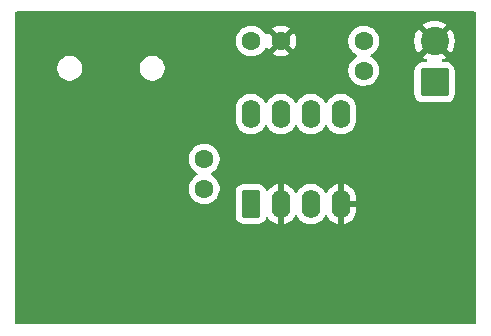
<source format=gbr>
%TF.GenerationSoftware,KiCad,Pcbnew,9.0.3-9.0.3-0~ubuntu24.04.1*%
%TF.CreationDate,2025-07-24T18:13:32+02:00*%
%TF.ProjectId,ampli_audio,616d706c-695f-4617-9564-696f2e6b6963,rev?*%
%TF.SameCoordinates,Original*%
%TF.FileFunction,Copper,L2,Bot*%
%TF.FilePolarity,Positive*%
%FSLAX46Y46*%
G04 Gerber Fmt 4.6, Leading zero omitted, Abs format (unit mm)*
G04 Created by KiCad (PCBNEW 9.0.3-9.0.3-0~ubuntu24.04.1) date 2025-07-24 18:13:32*
%MOMM*%
%LPD*%
G01*
G04 APERTURE LIST*
G04 Aperture macros list*
%AMRoundRect*
0 Rectangle with rounded corners*
0 $1 Rounding radius*
0 $2 $3 $4 $5 $6 $7 $8 $9 X,Y pos of 4 corners*
0 Add a 4 corners polygon primitive as box body*
4,1,4,$2,$3,$4,$5,$6,$7,$8,$9,$2,$3,0*
0 Add four circle primitives for the rounded corners*
1,1,$1+$1,$2,$3*
1,1,$1+$1,$4,$5*
1,1,$1+$1,$6,$7*
1,1,$1+$1,$8,$9*
0 Add four rect primitives between the rounded corners*
20,1,$1+$1,$2,$3,$4,$5,0*
20,1,$1+$1,$4,$5,$6,$7,0*
20,1,$1+$1,$6,$7,$8,$9,0*
20,1,$1+$1,$8,$9,$2,$3,0*%
G04 Aperture macros list end*
%TA.AperFunction,ComponentPad*%
%ADD10C,1.600000*%
%TD*%
%TA.AperFunction,ComponentPad*%
%ADD11RoundRect,0.250000X0.550000X-0.950000X0.550000X0.950000X-0.550000X0.950000X-0.550000X-0.950000X0*%
%TD*%
%TA.AperFunction,ComponentPad*%
%ADD12O,1.600000X2.400000*%
%TD*%
%TA.AperFunction,ComponentPad*%
%ADD13RoundRect,0.250001X0.949999X-0.949999X0.949999X0.949999X-0.949999X0.949999X-0.949999X-0.949999X0*%
%TD*%
%TA.AperFunction,ComponentPad*%
%ADD14C,2.400000*%
%TD*%
%TA.AperFunction,ViaPad*%
%ADD15C,0.600000*%
%TD*%
G04 APERTURE END LIST*
D10*
%TO.P,C1,1*%
%TO.N,Net-(C1-Pad1)*%
X102500000Y-83000000D03*
%TO.P,C1,2*%
%TO.N,Net-(J2-Pin_1)*%
X102500000Y-80500000D03*
%TD*%
%TO.P,C3,1*%
%TO.N,Net-(C3-Pad1)*%
X93000000Y-80500000D03*
%TO.P,C3,2*%
%TO.N,GND*%
X95500000Y-80500000D03*
%TD*%
%TO.P,C7,1*%
%TO.N,Net-(C7-Pad1)*%
X89000000Y-93000000D03*
%TO.P,C7,2*%
%TO.N,Net-(C7-Pad2)*%
X89000000Y-90500000D03*
%TD*%
D11*
%TO.P,U1,1,GAIN*%
%TO.N,Net-(RV2-Pad2)*%
X92960000Y-94310000D03*
D12*
%TO.P,U1,2,-*%
%TO.N,GND*%
X95500000Y-94310000D03*
%TO.P,U1,3,+*%
%TO.N,Net-(U1-+)*%
X98040000Y-94310000D03*
%TO.P,U1,4,GND*%
%TO.N,GND*%
X100580000Y-94310000D03*
%TO.P,U1,5*%
%TO.N,Net-(C1-Pad1)*%
X100580000Y-86690000D03*
%TO.P,U1,6,V+*%
%TO.N,Net-(U1-V+)*%
X98040000Y-86690000D03*
%TO.P,U1,7,BYPASS*%
%TO.N,Net-(U1-BYPASS)*%
X95500000Y-86690000D03*
%TO.P,U1,8,GAIN*%
%TO.N,Net-(C7-Pad2)*%
X92960000Y-86690000D03*
%TD*%
D13*
%TO.P,J2,1,Pin_1*%
%TO.N,Net-(J2-Pin_1)*%
X108500000Y-84000000D03*
D14*
%TO.P,J2,2,Pin_2*%
%TO.N,GND*%
X108500000Y-80500000D03*
%TD*%
D15*
%TO.N,GND*%
X74500000Y-91000000D03*
X103000000Y-97000000D03*
X75000000Y-84500000D03*
X98500000Y-97000000D03*
X107000000Y-89500000D03*
X110500000Y-97000000D03*
X110000000Y-88500000D03*
%TD*%
%TA.AperFunction,Conductor*%
%TO.N,GND*%
G36*
X111943039Y-78019685D02*
G01*
X111988794Y-78072489D01*
X112000000Y-78124000D01*
X112000000Y-104376000D01*
X111980315Y-104443039D01*
X111927511Y-104488794D01*
X111876000Y-104500000D01*
X73124000Y-104500000D01*
X73056961Y-104480315D01*
X73011206Y-104427511D01*
X73000000Y-104376000D01*
X73000000Y-90397648D01*
X87699500Y-90397648D01*
X87699500Y-90602351D01*
X87731522Y-90804534D01*
X87794781Y-90999223D01*
X87887715Y-91181613D01*
X88008028Y-91347213D01*
X88152786Y-91491971D01*
X88318388Y-91612286D01*
X88371828Y-91639516D01*
X88422623Y-91687490D01*
X88439418Y-91755312D01*
X88416880Y-91821446D01*
X88371828Y-91860484D01*
X88318388Y-91887713D01*
X88152786Y-92008028D01*
X88008028Y-92152786D01*
X87887715Y-92318386D01*
X87794781Y-92500776D01*
X87731522Y-92695465D01*
X87699500Y-92897648D01*
X87699500Y-93102351D01*
X87731522Y-93304534D01*
X87794781Y-93499223D01*
X87887715Y-93681613D01*
X88008028Y-93847213D01*
X88152786Y-93991971D01*
X88252470Y-94064394D01*
X88318390Y-94112287D01*
X88434607Y-94171503D01*
X88500776Y-94205218D01*
X88500778Y-94205218D01*
X88500781Y-94205220D01*
X88605137Y-94239127D01*
X88695465Y-94268477D01*
X88796557Y-94284488D01*
X88897648Y-94300500D01*
X88897649Y-94300500D01*
X89102351Y-94300500D01*
X89102352Y-94300500D01*
X89304534Y-94268477D01*
X89499219Y-94205220D01*
X89681610Y-94112287D01*
X89774590Y-94044732D01*
X89847213Y-93991971D01*
X89847215Y-93991968D01*
X89847219Y-93991966D01*
X89991966Y-93847219D01*
X89991968Y-93847215D01*
X89991971Y-93847213D01*
X90044732Y-93774590D01*
X90112287Y-93681610D01*
X90205220Y-93499219D01*
X90266707Y-93309983D01*
X91659500Y-93309983D01*
X91659500Y-95310001D01*
X91659501Y-95310018D01*
X91670000Y-95412796D01*
X91670001Y-95412799D01*
X91686624Y-95462963D01*
X91725186Y-95579334D01*
X91817288Y-95728656D01*
X91941344Y-95852712D01*
X92090666Y-95944814D01*
X92257203Y-95999999D01*
X92359991Y-96010500D01*
X93560008Y-96010499D01*
X93662797Y-95999999D01*
X93829334Y-95944814D01*
X93978656Y-95852712D01*
X94102712Y-95728656D01*
X94194814Y-95579334D01*
X94222148Y-95496843D01*
X94261919Y-95439401D01*
X94326435Y-95412577D01*
X94395210Y-95424892D01*
X94440171Y-95462963D01*
X94508417Y-95556894D01*
X94508417Y-95556895D01*
X94653104Y-95701582D01*
X94818650Y-95821859D01*
X95000968Y-95914754D01*
X95195578Y-95977988D01*
X95250000Y-95986607D01*
X95250000Y-94625686D01*
X95254394Y-94630080D01*
X95345606Y-94682741D01*
X95447339Y-94710000D01*
X95552661Y-94710000D01*
X95654394Y-94682741D01*
X95745606Y-94630080D01*
X95750000Y-94625686D01*
X95750000Y-95986606D01*
X95804421Y-95977988D01*
X95999031Y-95914754D01*
X96181349Y-95821859D01*
X96346894Y-95701582D01*
X96346895Y-95701582D01*
X96491582Y-95556895D01*
X96491582Y-95556894D01*
X96611861Y-95391347D01*
X96659234Y-95298371D01*
X96707208Y-95247575D01*
X96775028Y-95230779D01*
X96841164Y-95253316D01*
X96880203Y-95298369D01*
X96927713Y-95391611D01*
X97048028Y-95557213D01*
X97192786Y-95701971D01*
X97347749Y-95814556D01*
X97358390Y-95822287D01*
X97474607Y-95881503D01*
X97540776Y-95915218D01*
X97540778Y-95915218D01*
X97540781Y-95915220D01*
X97631856Y-95944812D01*
X97735465Y-95978477D01*
X97836557Y-95994488D01*
X97937648Y-96010500D01*
X97937649Y-96010500D01*
X98142351Y-96010500D01*
X98142352Y-96010500D01*
X98344534Y-95978477D01*
X98539219Y-95915220D01*
X98721610Y-95822287D01*
X98850482Y-95728657D01*
X98887213Y-95701971D01*
X98887215Y-95701968D01*
X98887219Y-95701966D01*
X99031966Y-95557219D01*
X99031968Y-95557215D01*
X99031971Y-95557213D01*
X99152284Y-95391614D01*
X99152286Y-95391611D01*
X99152287Y-95391610D01*
X99199795Y-95298369D01*
X99247770Y-95247574D01*
X99315591Y-95230779D01*
X99381725Y-95253316D01*
X99420765Y-95298370D01*
X99468140Y-95391349D01*
X99588417Y-95556894D01*
X99588417Y-95556895D01*
X99733104Y-95701582D01*
X99898650Y-95821859D01*
X100080968Y-95914754D01*
X100275578Y-95977988D01*
X100330000Y-95986607D01*
X100330000Y-94625686D01*
X100334394Y-94630080D01*
X100425606Y-94682741D01*
X100527339Y-94710000D01*
X100632661Y-94710000D01*
X100734394Y-94682741D01*
X100825606Y-94630080D01*
X100830000Y-94625686D01*
X100830000Y-95986606D01*
X100884421Y-95977988D01*
X101079031Y-95914754D01*
X101261349Y-95821859D01*
X101426894Y-95701582D01*
X101426895Y-95701582D01*
X101571582Y-95556895D01*
X101571582Y-95556894D01*
X101691859Y-95391349D01*
X101784755Y-95209031D01*
X101847990Y-95014417D01*
X101880000Y-94812317D01*
X101880000Y-94560000D01*
X100895686Y-94560000D01*
X100900080Y-94555606D01*
X100952741Y-94464394D01*
X100980000Y-94362661D01*
X100980000Y-94257339D01*
X100952741Y-94155606D01*
X100900080Y-94064394D01*
X100895686Y-94060000D01*
X101880000Y-94060000D01*
X101880000Y-93807682D01*
X101847990Y-93605582D01*
X101784755Y-93410968D01*
X101691859Y-93228650D01*
X101571582Y-93063105D01*
X101571582Y-93063104D01*
X101426895Y-92918417D01*
X101261349Y-92798140D01*
X101079029Y-92705244D01*
X100884413Y-92642009D01*
X100830000Y-92633390D01*
X100830000Y-93994314D01*
X100825606Y-93989920D01*
X100734394Y-93937259D01*
X100632661Y-93910000D01*
X100527339Y-93910000D01*
X100425606Y-93937259D01*
X100334394Y-93989920D01*
X100330000Y-93994314D01*
X100330000Y-92633390D01*
X100275586Y-92642009D01*
X100080970Y-92705244D01*
X99898650Y-92798140D01*
X99733105Y-92918417D01*
X99733104Y-92918417D01*
X99588417Y-93063104D01*
X99588417Y-93063105D01*
X99468140Y-93228650D01*
X99420765Y-93321629D01*
X99372790Y-93372425D01*
X99304969Y-93389220D01*
X99238834Y-93366682D01*
X99199795Y-93321629D01*
X99152419Y-93228650D01*
X99152287Y-93228390D01*
X99135787Y-93205679D01*
X99031971Y-93062786D01*
X98887213Y-92918028D01*
X98721613Y-92797715D01*
X98721612Y-92797714D01*
X98721610Y-92797713D01*
X98661898Y-92767288D01*
X98539223Y-92704781D01*
X98344534Y-92641522D01*
X98169995Y-92613878D01*
X98142352Y-92609500D01*
X97937648Y-92609500D01*
X97913329Y-92613351D01*
X97735465Y-92641522D01*
X97540776Y-92704781D01*
X97358386Y-92797715D01*
X97192786Y-92918028D01*
X97048028Y-93062786D01*
X96927713Y-93228388D01*
X96880203Y-93321630D01*
X96832228Y-93372426D01*
X96764407Y-93389220D01*
X96698272Y-93366682D01*
X96659234Y-93321628D01*
X96611861Y-93228652D01*
X96491582Y-93063105D01*
X96491582Y-93063104D01*
X96346895Y-92918417D01*
X96181349Y-92798140D01*
X95999029Y-92705244D01*
X95804413Y-92642009D01*
X95750000Y-92633390D01*
X95750000Y-93994314D01*
X95745606Y-93989920D01*
X95654394Y-93937259D01*
X95552661Y-93910000D01*
X95447339Y-93910000D01*
X95345606Y-93937259D01*
X95254394Y-93989920D01*
X95250000Y-93994314D01*
X95250000Y-92633390D01*
X95195586Y-92642009D01*
X95000970Y-92705244D01*
X94818650Y-92798140D01*
X94653105Y-92918417D01*
X94653104Y-92918417D01*
X94508414Y-93063107D01*
X94440170Y-93157036D01*
X94384840Y-93199701D01*
X94315226Y-93205679D01*
X94253432Y-93173072D01*
X94222148Y-93123154D01*
X94194814Y-93040666D01*
X94102712Y-92891344D01*
X93978656Y-92767288D01*
X93829334Y-92675186D01*
X93662797Y-92620001D01*
X93662795Y-92620000D01*
X93560010Y-92609500D01*
X92359998Y-92609500D01*
X92359981Y-92609501D01*
X92257203Y-92620000D01*
X92257200Y-92620001D01*
X92090668Y-92675185D01*
X92090663Y-92675187D01*
X91941342Y-92767289D01*
X91817289Y-92891342D01*
X91725187Y-93040663D01*
X91725185Y-93040668D01*
X91704745Y-93102352D01*
X91670001Y-93207203D01*
X91670001Y-93207204D01*
X91670000Y-93207204D01*
X91659500Y-93309983D01*
X90266707Y-93309983D01*
X90268477Y-93304534D01*
X90300500Y-93102352D01*
X90300500Y-92897648D01*
X90270026Y-92705244D01*
X90268477Y-92695465D01*
X90205218Y-92500776D01*
X90171503Y-92434607D01*
X90112287Y-92318390D01*
X90104556Y-92307749D01*
X89991971Y-92152786D01*
X89847213Y-92008028D01*
X89681613Y-91887715D01*
X89681612Y-91887714D01*
X89681610Y-91887713D01*
X89628171Y-91860484D01*
X89577376Y-91812510D01*
X89560581Y-91744689D01*
X89583118Y-91678554D01*
X89628172Y-91639515D01*
X89681610Y-91612287D01*
X89774590Y-91544732D01*
X89847213Y-91491971D01*
X89847215Y-91491968D01*
X89847219Y-91491966D01*
X89991966Y-91347219D01*
X89991968Y-91347215D01*
X89991971Y-91347213D01*
X90044732Y-91274590D01*
X90112287Y-91181610D01*
X90205220Y-90999219D01*
X90268477Y-90804534D01*
X90300500Y-90602352D01*
X90300500Y-90397648D01*
X90268477Y-90195466D01*
X90205220Y-90000781D01*
X90205218Y-90000778D01*
X90205218Y-90000776D01*
X90171503Y-89934607D01*
X90112287Y-89818390D01*
X90104556Y-89807749D01*
X89991971Y-89652786D01*
X89847213Y-89508028D01*
X89681613Y-89387715D01*
X89681612Y-89387714D01*
X89681610Y-89387713D01*
X89624653Y-89358691D01*
X89499223Y-89294781D01*
X89304534Y-89231522D01*
X89129995Y-89203878D01*
X89102352Y-89199500D01*
X88897648Y-89199500D01*
X88873329Y-89203351D01*
X88695465Y-89231522D01*
X88500776Y-89294781D01*
X88318386Y-89387715D01*
X88152786Y-89508028D01*
X88008028Y-89652786D01*
X87887715Y-89818386D01*
X87794781Y-90000776D01*
X87731522Y-90195465D01*
X87699500Y-90397648D01*
X73000000Y-90397648D01*
X73000000Y-86187648D01*
X91659500Y-86187648D01*
X91659500Y-87192351D01*
X91691522Y-87394534D01*
X91754781Y-87589223D01*
X91847715Y-87771613D01*
X91968028Y-87937213D01*
X92112786Y-88081971D01*
X92267749Y-88194556D01*
X92278390Y-88202287D01*
X92394607Y-88261503D01*
X92460776Y-88295218D01*
X92460778Y-88295218D01*
X92460781Y-88295220D01*
X92565137Y-88329127D01*
X92655465Y-88358477D01*
X92756557Y-88374488D01*
X92857648Y-88390500D01*
X92857649Y-88390500D01*
X93062351Y-88390500D01*
X93062352Y-88390500D01*
X93264534Y-88358477D01*
X93459219Y-88295220D01*
X93641610Y-88202287D01*
X93734590Y-88134732D01*
X93807213Y-88081971D01*
X93807215Y-88081968D01*
X93807219Y-88081966D01*
X93951966Y-87937219D01*
X93951968Y-87937215D01*
X93951971Y-87937213D01*
X94072284Y-87771614D01*
X94072285Y-87771613D01*
X94072287Y-87771610D01*
X94119516Y-87678917D01*
X94167489Y-87628123D01*
X94235310Y-87611328D01*
X94301445Y-87633865D01*
X94340485Y-87678919D01*
X94387715Y-87771614D01*
X94508028Y-87937213D01*
X94652786Y-88081971D01*
X94807749Y-88194556D01*
X94818390Y-88202287D01*
X94934607Y-88261503D01*
X95000776Y-88295218D01*
X95000778Y-88295218D01*
X95000781Y-88295220D01*
X95105137Y-88329127D01*
X95195465Y-88358477D01*
X95296557Y-88374488D01*
X95397648Y-88390500D01*
X95397649Y-88390500D01*
X95602351Y-88390500D01*
X95602352Y-88390500D01*
X95804534Y-88358477D01*
X95999219Y-88295220D01*
X96181610Y-88202287D01*
X96274590Y-88134732D01*
X96347213Y-88081971D01*
X96347215Y-88081968D01*
X96347219Y-88081966D01*
X96491966Y-87937219D01*
X96491968Y-87937215D01*
X96491971Y-87937213D01*
X96612284Y-87771614D01*
X96612285Y-87771613D01*
X96612287Y-87771610D01*
X96659516Y-87678917D01*
X96707489Y-87628123D01*
X96775310Y-87611328D01*
X96841445Y-87633865D01*
X96880485Y-87678919D01*
X96927715Y-87771614D01*
X97048028Y-87937213D01*
X97192786Y-88081971D01*
X97347749Y-88194556D01*
X97358390Y-88202287D01*
X97474607Y-88261503D01*
X97540776Y-88295218D01*
X97540778Y-88295218D01*
X97540781Y-88295220D01*
X97645137Y-88329127D01*
X97735465Y-88358477D01*
X97836557Y-88374488D01*
X97937648Y-88390500D01*
X97937649Y-88390500D01*
X98142351Y-88390500D01*
X98142352Y-88390500D01*
X98344534Y-88358477D01*
X98539219Y-88295220D01*
X98721610Y-88202287D01*
X98814590Y-88134732D01*
X98887213Y-88081971D01*
X98887215Y-88081968D01*
X98887219Y-88081966D01*
X99031966Y-87937219D01*
X99031968Y-87937215D01*
X99031971Y-87937213D01*
X99152284Y-87771614D01*
X99152285Y-87771613D01*
X99152287Y-87771610D01*
X99199516Y-87678917D01*
X99247489Y-87628123D01*
X99315310Y-87611328D01*
X99381445Y-87633865D01*
X99420485Y-87678919D01*
X99467715Y-87771614D01*
X99588028Y-87937213D01*
X99732786Y-88081971D01*
X99887749Y-88194556D01*
X99898390Y-88202287D01*
X100014607Y-88261503D01*
X100080776Y-88295218D01*
X100080778Y-88295218D01*
X100080781Y-88295220D01*
X100185137Y-88329127D01*
X100275465Y-88358477D01*
X100376557Y-88374488D01*
X100477648Y-88390500D01*
X100477649Y-88390500D01*
X100682351Y-88390500D01*
X100682352Y-88390500D01*
X100884534Y-88358477D01*
X101079219Y-88295220D01*
X101261610Y-88202287D01*
X101354590Y-88134732D01*
X101427213Y-88081971D01*
X101427215Y-88081968D01*
X101427219Y-88081966D01*
X101571966Y-87937219D01*
X101571968Y-87937215D01*
X101571971Y-87937213D01*
X101624732Y-87864590D01*
X101692287Y-87771610D01*
X101785220Y-87589219D01*
X101848477Y-87394534D01*
X101880500Y-87192352D01*
X101880500Y-86187648D01*
X101848477Y-85985466D01*
X101785220Y-85790781D01*
X101785218Y-85790778D01*
X101785218Y-85790776D01*
X101733868Y-85689998D01*
X101692287Y-85608390D01*
X101684556Y-85597749D01*
X101571971Y-85442786D01*
X101427213Y-85298028D01*
X101261613Y-85177715D01*
X101261612Y-85177714D01*
X101261610Y-85177713D01*
X101204653Y-85148691D01*
X101079223Y-85084781D01*
X100884534Y-85021522D01*
X100709995Y-84993878D01*
X100682352Y-84989500D01*
X100477648Y-84989500D01*
X100453329Y-84993351D01*
X100275465Y-85021522D01*
X100080776Y-85084781D01*
X99898386Y-85177715D01*
X99732786Y-85298028D01*
X99588028Y-85442786D01*
X99467715Y-85608386D01*
X99420485Y-85701080D01*
X99372510Y-85751876D01*
X99304689Y-85768671D01*
X99238554Y-85746134D01*
X99199515Y-85701080D01*
X99193868Y-85689998D01*
X99152287Y-85608390D01*
X99144556Y-85597749D01*
X99031971Y-85442786D01*
X98887213Y-85298028D01*
X98721613Y-85177715D01*
X98721612Y-85177714D01*
X98721610Y-85177713D01*
X98664653Y-85148691D01*
X98539223Y-85084781D01*
X98344534Y-85021522D01*
X98169995Y-84993878D01*
X98142352Y-84989500D01*
X97937648Y-84989500D01*
X97913329Y-84993351D01*
X97735465Y-85021522D01*
X97540776Y-85084781D01*
X97358386Y-85177715D01*
X97192786Y-85298028D01*
X97048028Y-85442786D01*
X96927715Y-85608386D01*
X96880485Y-85701080D01*
X96832510Y-85751876D01*
X96764689Y-85768671D01*
X96698554Y-85746134D01*
X96659515Y-85701080D01*
X96653868Y-85689998D01*
X96612287Y-85608390D01*
X96604556Y-85597749D01*
X96491971Y-85442786D01*
X96347213Y-85298028D01*
X96181613Y-85177715D01*
X96181612Y-85177714D01*
X96181610Y-85177713D01*
X96124653Y-85148691D01*
X95999223Y-85084781D01*
X95804534Y-85021522D01*
X95629995Y-84993878D01*
X95602352Y-84989500D01*
X95397648Y-84989500D01*
X95373329Y-84993351D01*
X95195465Y-85021522D01*
X95000776Y-85084781D01*
X94818386Y-85177715D01*
X94652786Y-85298028D01*
X94508028Y-85442786D01*
X94387715Y-85608386D01*
X94340485Y-85701080D01*
X94292510Y-85751876D01*
X94224689Y-85768671D01*
X94158554Y-85746134D01*
X94119515Y-85701080D01*
X94113868Y-85689998D01*
X94072287Y-85608390D01*
X94064556Y-85597749D01*
X93951971Y-85442786D01*
X93807213Y-85298028D01*
X93641613Y-85177715D01*
X93641612Y-85177714D01*
X93641610Y-85177713D01*
X93584653Y-85148691D01*
X93459223Y-85084781D01*
X93264534Y-85021522D01*
X93089995Y-84993878D01*
X93062352Y-84989500D01*
X92857648Y-84989500D01*
X92833329Y-84993351D01*
X92655465Y-85021522D01*
X92460776Y-85084781D01*
X92278386Y-85177715D01*
X92112786Y-85298028D01*
X91968028Y-85442786D01*
X91847715Y-85608386D01*
X91754781Y-85790776D01*
X91691522Y-85985465D01*
X91659500Y-86187648D01*
X73000000Y-86187648D01*
X73000000Y-82696530D01*
X76549500Y-82696530D01*
X76549500Y-82903469D01*
X76589868Y-83106412D01*
X76589870Y-83106420D01*
X76669059Y-83297598D01*
X76726541Y-83383626D01*
X76784024Y-83469657D01*
X76930342Y-83615975D01*
X76930345Y-83615977D01*
X77102402Y-83730941D01*
X77293580Y-83810130D01*
X77480010Y-83847213D01*
X77496530Y-83850499D01*
X77496534Y-83850500D01*
X77496535Y-83850500D01*
X77703466Y-83850500D01*
X77703467Y-83850499D01*
X77906420Y-83810130D01*
X78097598Y-83730941D01*
X78269655Y-83615977D01*
X78415977Y-83469655D01*
X78530941Y-83297598D01*
X78610130Y-83106420D01*
X78650500Y-82903465D01*
X78650500Y-82696535D01*
X78650499Y-82696530D01*
X83549500Y-82696530D01*
X83549500Y-82903469D01*
X83589868Y-83106412D01*
X83589870Y-83106420D01*
X83669059Y-83297598D01*
X83726541Y-83383626D01*
X83784024Y-83469657D01*
X83930342Y-83615975D01*
X83930345Y-83615977D01*
X84102402Y-83730941D01*
X84293580Y-83810130D01*
X84480010Y-83847213D01*
X84496530Y-83850499D01*
X84496534Y-83850500D01*
X84496535Y-83850500D01*
X84703466Y-83850500D01*
X84703467Y-83850499D01*
X84906420Y-83810130D01*
X85097598Y-83730941D01*
X85269655Y-83615977D01*
X85415977Y-83469655D01*
X85530941Y-83297598D01*
X85610130Y-83106420D01*
X85650500Y-82903465D01*
X85650500Y-82696535D01*
X85610130Y-82493580D01*
X85530941Y-82302402D01*
X85415977Y-82130345D01*
X85415975Y-82130342D01*
X85269657Y-81984024D01*
X85125516Y-81887713D01*
X85097598Y-81869059D01*
X85090109Y-81865957D01*
X84906420Y-81789870D01*
X84906412Y-81789868D01*
X84703469Y-81749500D01*
X84703465Y-81749500D01*
X84496535Y-81749500D01*
X84496530Y-81749500D01*
X84293587Y-81789868D01*
X84293579Y-81789870D01*
X84102403Y-81869058D01*
X83930342Y-81984024D01*
X83784024Y-82130342D01*
X83669058Y-82302403D01*
X83589870Y-82493579D01*
X83589868Y-82493587D01*
X83549500Y-82696530D01*
X78650499Y-82696530D01*
X78610130Y-82493580D01*
X78530941Y-82302402D01*
X78415977Y-82130345D01*
X78415975Y-82130342D01*
X78269657Y-81984024D01*
X78125516Y-81887713D01*
X78097598Y-81869059D01*
X78090109Y-81865957D01*
X77906420Y-81789870D01*
X77906412Y-81789868D01*
X77703469Y-81749500D01*
X77703465Y-81749500D01*
X77496535Y-81749500D01*
X77496530Y-81749500D01*
X77293587Y-81789868D01*
X77293579Y-81789870D01*
X77102403Y-81869058D01*
X76930342Y-81984024D01*
X76784024Y-82130342D01*
X76669058Y-82302403D01*
X76589870Y-82493579D01*
X76589868Y-82493587D01*
X76549500Y-82696530D01*
X73000000Y-82696530D01*
X73000000Y-80397648D01*
X91699500Y-80397648D01*
X91699500Y-80602351D01*
X91731522Y-80804534D01*
X91794781Y-80999223D01*
X91858691Y-81124653D01*
X91887585Y-81181359D01*
X91887715Y-81181613D01*
X92008028Y-81347213D01*
X92152786Y-81491971D01*
X92273226Y-81579474D01*
X92318390Y-81612287D01*
X92434607Y-81671503D01*
X92500776Y-81705218D01*
X92500778Y-81705218D01*
X92500781Y-81705220D01*
X92605137Y-81739127D01*
X92695465Y-81768477D01*
X92796557Y-81784488D01*
X92897648Y-81800500D01*
X92897649Y-81800500D01*
X93102351Y-81800500D01*
X93102352Y-81800500D01*
X93304534Y-81768477D01*
X93499219Y-81705220D01*
X93681610Y-81612287D01*
X93774590Y-81544732D01*
X93847213Y-81491971D01*
X93847215Y-81491968D01*
X93847219Y-81491966D01*
X93991966Y-81347219D01*
X93991968Y-81347215D01*
X93991971Y-81347213D01*
X94112286Y-81181611D01*
X94112415Y-81181359D01*
X94139795Y-81127621D01*
X94187769Y-81076826D01*
X94255589Y-81060030D01*
X94321725Y-81082567D01*
X94360765Y-81127621D01*
X94388141Y-81181350D01*
X94388147Y-81181359D01*
X94420523Y-81225921D01*
X94420524Y-81225922D01*
X95100000Y-80546446D01*
X95100000Y-80552661D01*
X95127259Y-80654394D01*
X95179920Y-80745606D01*
X95254394Y-80820080D01*
X95345606Y-80872741D01*
X95447339Y-80900000D01*
X95453553Y-80900000D01*
X94774076Y-81579474D01*
X94818650Y-81611859D01*
X95000968Y-81704755D01*
X95195582Y-81767990D01*
X95397683Y-81800000D01*
X95602317Y-81800000D01*
X95804417Y-81767990D01*
X95999031Y-81704755D01*
X96181349Y-81611859D01*
X96225921Y-81579474D01*
X95546447Y-80900000D01*
X95552661Y-80900000D01*
X95654394Y-80872741D01*
X95745606Y-80820080D01*
X95820080Y-80745606D01*
X95872741Y-80654394D01*
X95900000Y-80552661D01*
X95900000Y-80546447D01*
X96579474Y-81225921D01*
X96611859Y-81181349D01*
X96704755Y-80999031D01*
X96767990Y-80804417D01*
X96800000Y-80602317D01*
X96800000Y-80397682D01*
X96799995Y-80397648D01*
X101199500Y-80397648D01*
X101199500Y-80602351D01*
X101231522Y-80804534D01*
X101294781Y-80999223D01*
X101358691Y-81124653D01*
X101387585Y-81181359D01*
X101387715Y-81181613D01*
X101508028Y-81347213D01*
X101652786Y-81491971D01*
X101818388Y-81612286D01*
X101871828Y-81639516D01*
X101922623Y-81687490D01*
X101939418Y-81755312D01*
X101916880Y-81821446D01*
X101871828Y-81860484D01*
X101818388Y-81887713D01*
X101652786Y-82008028D01*
X101508028Y-82152786D01*
X101387715Y-82318386D01*
X101294781Y-82500776D01*
X101231522Y-82695465D01*
X101199500Y-82897648D01*
X101199500Y-83102351D01*
X101231522Y-83304534D01*
X101294781Y-83499223D01*
X101387715Y-83681613D01*
X101508028Y-83847213D01*
X101652786Y-83991971D01*
X101807749Y-84104556D01*
X101818390Y-84112287D01*
X101934607Y-84171503D01*
X102000776Y-84205218D01*
X102000778Y-84205218D01*
X102000781Y-84205220D01*
X102105137Y-84239127D01*
X102195465Y-84268477D01*
X102296557Y-84284488D01*
X102397648Y-84300500D01*
X102397649Y-84300500D01*
X102602351Y-84300500D01*
X102602352Y-84300500D01*
X102804534Y-84268477D01*
X102999219Y-84205220D01*
X103181610Y-84112287D01*
X103274590Y-84044732D01*
X103347213Y-83991971D01*
X103347215Y-83991968D01*
X103347219Y-83991966D01*
X103491966Y-83847219D01*
X103491968Y-83847215D01*
X103491971Y-83847213D01*
X103576446Y-83730941D01*
X103612287Y-83681610D01*
X103705220Y-83499219D01*
X103768477Y-83304534D01*
X103800500Y-83102352D01*
X103800500Y-82999984D01*
X106799500Y-82999984D01*
X106799500Y-85000015D01*
X106810000Y-85102795D01*
X106810001Y-85102796D01*
X106865186Y-85269335D01*
X106865187Y-85269337D01*
X106957286Y-85418651D01*
X106957289Y-85418655D01*
X107081344Y-85542710D01*
X107081348Y-85542713D01*
X107230662Y-85634812D01*
X107230664Y-85634813D01*
X107230666Y-85634814D01*
X107397203Y-85689999D01*
X107499992Y-85700500D01*
X107499997Y-85700500D01*
X109500003Y-85700500D01*
X109500008Y-85700500D01*
X109602797Y-85689999D01*
X109769334Y-85634814D01*
X109918655Y-85542711D01*
X110042711Y-85418655D01*
X110134814Y-85269334D01*
X110189999Y-85102797D01*
X110200500Y-85000008D01*
X110200500Y-82999992D01*
X110189999Y-82897203D01*
X110134814Y-82730666D01*
X110113102Y-82695466D01*
X110042713Y-82581348D01*
X110042710Y-82581344D01*
X109918655Y-82457289D01*
X109918651Y-82457286D01*
X109769337Y-82365187D01*
X109769335Y-82365186D01*
X109628101Y-82318386D01*
X109602797Y-82310001D01*
X109602795Y-82310000D01*
X109500015Y-82299500D01*
X109500008Y-82299500D01*
X109221326Y-82299500D01*
X109154287Y-82279815D01*
X109108532Y-82227011D01*
X109098588Y-82157853D01*
X109127613Y-82094297D01*
X109173873Y-82060939D01*
X109253502Y-82027954D01*
X109253514Y-82027949D01*
X109446498Y-81916530D01*
X109512403Y-81865957D01*
X109512404Y-81865956D01*
X108711059Y-81064612D01*
X108731591Y-81059111D01*
X108868408Y-80980119D01*
X108980119Y-80868408D01*
X109059111Y-80731591D01*
X109064612Y-80711059D01*
X109865956Y-81512404D01*
X109865957Y-81512403D01*
X109916530Y-81446498D01*
X110027949Y-81253514D01*
X110027954Y-81253502D01*
X110113236Y-81047618D01*
X110170911Y-80832367D01*
X110170914Y-80832354D01*
X110200000Y-80611424D01*
X110200000Y-80388575D01*
X110170914Y-80167645D01*
X110170911Y-80167632D01*
X110113236Y-79952381D01*
X110027954Y-79746497D01*
X110027949Y-79746485D01*
X109916533Y-79553507D01*
X109865956Y-79487595D01*
X109865955Y-79487595D01*
X109064612Y-80288939D01*
X109059111Y-80268409D01*
X108980119Y-80131592D01*
X108868408Y-80019881D01*
X108731591Y-79940889D01*
X108711058Y-79935387D01*
X109512403Y-79134043D01*
X109512403Y-79134040D01*
X109446504Y-79083473D01*
X109446491Y-79083464D01*
X109253520Y-78972054D01*
X109253502Y-78972045D01*
X109047618Y-78886763D01*
X108832367Y-78829088D01*
X108832354Y-78829085D01*
X108611425Y-78800000D01*
X108388575Y-78800000D01*
X108167645Y-78829085D01*
X108167632Y-78829088D01*
X107952381Y-78886763D01*
X107746497Y-78972045D01*
X107746479Y-78972054D01*
X107553511Y-79083462D01*
X107487595Y-79134042D01*
X108288941Y-79935387D01*
X108268409Y-79940889D01*
X108131592Y-80019881D01*
X108019881Y-80131592D01*
X107940889Y-80268409D01*
X107935387Y-80288940D01*
X107134042Y-79487595D01*
X107083462Y-79553511D01*
X106972054Y-79746479D01*
X106972045Y-79746497D01*
X106886763Y-79952381D01*
X106829088Y-80167632D01*
X106829085Y-80167645D01*
X106800000Y-80388575D01*
X106800000Y-80611424D01*
X106829085Y-80832354D01*
X106829088Y-80832367D01*
X106886763Y-81047618D01*
X106972045Y-81253502D01*
X106972054Y-81253520D01*
X107083464Y-81446491D01*
X107083473Y-81446504D01*
X107134040Y-81512403D01*
X107134043Y-81512403D01*
X107935387Y-80711059D01*
X107940889Y-80731591D01*
X108019881Y-80868408D01*
X108131592Y-80980119D01*
X108268409Y-81059111D01*
X108288940Y-81064612D01*
X107487595Y-81865955D01*
X107487595Y-81865956D01*
X107553507Y-81916533D01*
X107746485Y-82027949D01*
X107746497Y-82027954D01*
X107826127Y-82060939D01*
X107880531Y-82104780D01*
X107902595Y-82171075D01*
X107885315Y-82238774D01*
X107834178Y-82286384D01*
X107778674Y-82299500D01*
X107499984Y-82299500D01*
X107397204Y-82310000D01*
X107397203Y-82310001D01*
X107230664Y-82365186D01*
X107230662Y-82365187D01*
X107081348Y-82457286D01*
X107081344Y-82457289D01*
X106957289Y-82581344D01*
X106957286Y-82581348D01*
X106865187Y-82730662D01*
X106865186Y-82730664D01*
X106810001Y-82897203D01*
X106810000Y-82897204D01*
X106799500Y-82999984D01*
X103800500Y-82999984D01*
X103800500Y-82897648D01*
X103768477Y-82695466D01*
X103705220Y-82500781D01*
X103705218Y-82500778D01*
X103705218Y-82500776D01*
X103636131Y-82365187D01*
X103612287Y-82318390D01*
X103598563Y-82299500D01*
X103491971Y-82152786D01*
X103347213Y-82008028D01*
X103181613Y-81887715D01*
X103181612Y-81887714D01*
X103181610Y-81887713D01*
X103128171Y-81860484D01*
X103077376Y-81812510D01*
X103060581Y-81744689D01*
X103083118Y-81678554D01*
X103128172Y-81639515D01*
X103181610Y-81612287D01*
X103274590Y-81544732D01*
X103347213Y-81491971D01*
X103347215Y-81491968D01*
X103347219Y-81491966D01*
X103491966Y-81347219D01*
X103491968Y-81347215D01*
X103491971Y-81347213D01*
X103560055Y-81253502D01*
X103612287Y-81181610D01*
X103705220Y-80999219D01*
X103768477Y-80804534D01*
X103800500Y-80602352D01*
X103800500Y-80397648D01*
X103774503Y-80233514D01*
X103768477Y-80195465D01*
X103711426Y-80019881D01*
X103705220Y-80000781D01*
X103705218Y-80000778D01*
X103705218Y-80000776D01*
X103612419Y-79818650D01*
X103612287Y-79818390D01*
X103580092Y-79774077D01*
X103491971Y-79652786D01*
X103347213Y-79508028D01*
X103181613Y-79387715D01*
X103181612Y-79387714D01*
X103181610Y-79387713D01*
X103124653Y-79358691D01*
X102999223Y-79294781D01*
X102804534Y-79231522D01*
X102629995Y-79203878D01*
X102602352Y-79199500D01*
X102397648Y-79199500D01*
X102373329Y-79203351D01*
X102195465Y-79231522D01*
X102000776Y-79294781D01*
X101818386Y-79387715D01*
X101652786Y-79508028D01*
X101508028Y-79652786D01*
X101387715Y-79818386D01*
X101294781Y-80000776D01*
X101231522Y-80195465D01*
X101199500Y-80397648D01*
X96799995Y-80397648D01*
X96767990Y-80195582D01*
X96704755Y-80000968D01*
X96611859Y-79818650D01*
X96579474Y-79774077D01*
X96579474Y-79774076D01*
X95900000Y-80453551D01*
X95900000Y-80447339D01*
X95872741Y-80345606D01*
X95820080Y-80254394D01*
X95745606Y-80179920D01*
X95654394Y-80127259D01*
X95552661Y-80100000D01*
X95546446Y-80100000D01*
X96225922Y-79420524D01*
X96225921Y-79420523D01*
X96181359Y-79388147D01*
X96181350Y-79388141D01*
X95999031Y-79295244D01*
X95804417Y-79232009D01*
X95602317Y-79200000D01*
X95397683Y-79200000D01*
X95195582Y-79232009D01*
X95000968Y-79295244D01*
X94818644Y-79388143D01*
X94774077Y-79420523D01*
X94774077Y-79420524D01*
X95453554Y-80100000D01*
X95447339Y-80100000D01*
X95345606Y-80127259D01*
X95254394Y-80179920D01*
X95179920Y-80254394D01*
X95127259Y-80345606D01*
X95100000Y-80447339D01*
X95100000Y-80453553D01*
X94420524Y-79774077D01*
X94420523Y-79774077D01*
X94388143Y-79818644D01*
X94360765Y-79872378D01*
X94312790Y-79923174D01*
X94244969Y-79939969D01*
X94178834Y-79917431D01*
X94139795Y-79872378D01*
X94112284Y-79818385D01*
X93991971Y-79652786D01*
X93847213Y-79508028D01*
X93681613Y-79387715D01*
X93681612Y-79387714D01*
X93681610Y-79387713D01*
X93624653Y-79358691D01*
X93499223Y-79294781D01*
X93304534Y-79231522D01*
X93129995Y-79203878D01*
X93102352Y-79199500D01*
X92897648Y-79199500D01*
X92873329Y-79203351D01*
X92695465Y-79231522D01*
X92500776Y-79294781D01*
X92318386Y-79387715D01*
X92152786Y-79508028D01*
X92008028Y-79652786D01*
X91887715Y-79818386D01*
X91794781Y-80000776D01*
X91731522Y-80195465D01*
X91699500Y-80397648D01*
X73000000Y-80397648D01*
X73000000Y-78124000D01*
X73019685Y-78056961D01*
X73072489Y-78011206D01*
X73124000Y-78000000D01*
X111876000Y-78000000D01*
X111943039Y-78019685D01*
G37*
%TD.AperFunction*%
%TD*%
M02*

</source>
